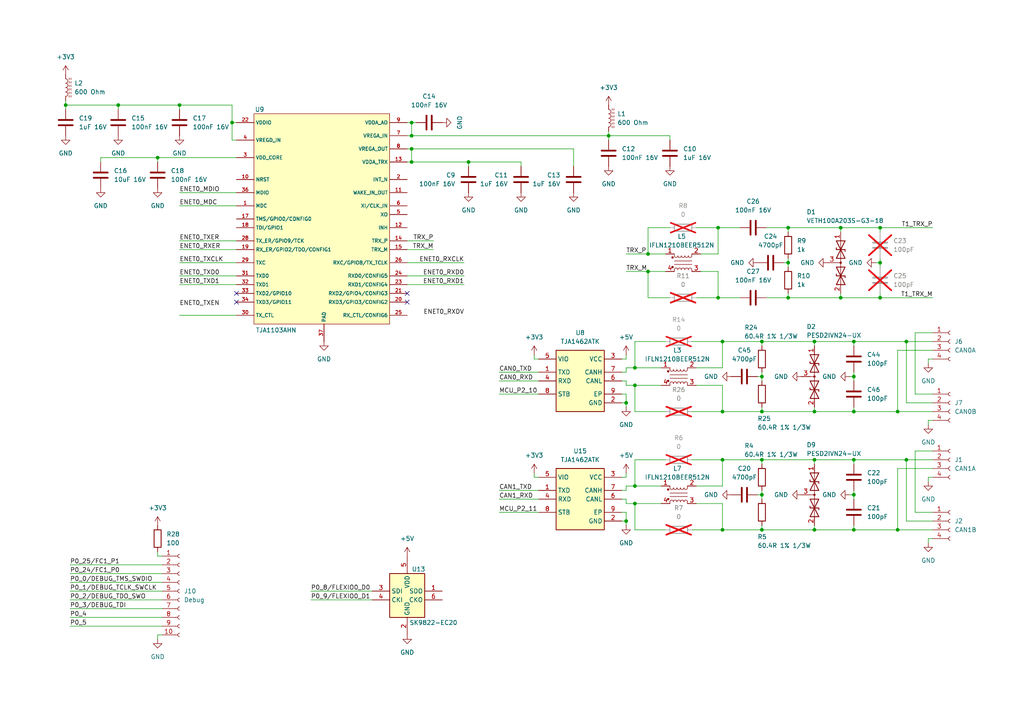
<source format=kicad_sch>
(kicad_sch (version 20231120) (generator "eeschema") (generator_version "8.0")
  (paper "A4")
  (title_block (title "MR-MCXN-T1 Sensor hub") (date "2025-01-17") (rev "X0") (company "NXP SEMICONDUCTORS B.V.") (comment 1 "CLASSIFICATION: INTERNAL USE ONLY") (comment 3 "DESIGNER: YOURI TILS") (comment 4 "CTO SYSTEM INNOVATIONS / MOBILE ROBOTICS DOMAIN"))
  (junction (at 247.65 153.67))
  (junction (at 208.28 86.36))
  (junction (at 236.22 133.35))
  (junction (at 176.53 39.37))
  (junction (at 236.22 119.38))
  (junction (at 181.61 151.13))
  (junction (at 247.65 99.06))
  (junction (at 260.35 119.38))
  (junction (at 262.89 99.06))
  (junction (at 119.38 43.18))
  (junction (at 208.28 66.04))
  (junction (at 19.05 30.48))
  (junction (at 236.22 153.67))
  (junction (at 184.15 106.68))
  (junction (at 119.38 35.56))
  (junction (at 260.35 153.67))
  (junction (at 209.55 119.38))
  (junction (at 255.27 86.36))
  (junction (at 236.22 99.06))
  (junction (at 220.98 119.38))
  (junction (at 255.27 76.2))
  (junction (at 262.89 133.35))
  (junction (at 135.89 46.99))
  (junction (at 184.15 111.76))
  (junction (at 184.15 140.97))
  (junction (at 247.65 143.51))
  (junction (at 228.6 76.2))
  (junction (at 45.72 45.72))
  (junction (at 209.55 133.35))
  (junction (at 255.27 66.04))
  (junction (at 119.38 39.37))
  (junction (at 247.65 109.22))
  (junction (at 184.15 146.05))
  (junction (at 243.84 66.04))
  (junction (at 34.29 30.48))
  (junction (at 181.61 116.84))
  (junction (at 52.07 30.48))
  (junction (at 67.31 35.56))
  (junction (at 247.65 119.38))
  (junction (at 228.6 66.04))
  (junction (at 220.98 143.51))
  (junction (at 119.38 46.99))
  (junction (at 247.65 133.35))
  (junction (at 220.98 133.35))
  (junction (at 228.6 86.36))
  (junction (at 187.96 73.66))
  (junction (at 220.98 109.22))
  (junction (at 243.84 86.36))
  (junction (at 187.96 78.74))
  (junction (at 220.98 99.06))
  (junction (at 209.55 99.06))
  (junction (at 209.55 153.67))
  (junction (at 220.98 153.67))
  (no_connect (at 68.58 85.09))
  (no_connect (at 118.11 85.09))
  (no_connect (at 118.11 87.63))
  (no_connect (at 68.58 87.63))
  (wire (pts (xy 236.22 100.33) (xy 236.22 99.06)))
  (wire (pts (xy 181.61 104.14) (xy 180.34 104.14)))
  (wire (pts (xy 260.35 119.38) (xy 270.51 119.38)))
  (wire (pts (xy 181.61 110.49) (xy 181.61 111.76)))
  (wire (pts (xy 247.65 142.24) (xy 247.65 143.51)))
  (wire (pts (xy 67.31 40.64) (xy 67.31 35.56)))
  (wire (pts (xy 29.21 45.72) (xy 45.72 45.72)))
  (wire (pts (xy 209.55 119.38) (xy 209.55 111.76)))
  (wire (pts (xy 181.61 148.59) (xy 180.34 148.59)))
  (wire (pts (xy 20.32 171.45) (xy 46.99 171.45)))
  (wire (pts (xy 52.07 76.2) (xy 68.58 76.2)))
  (wire (pts (xy 180.34 110.49) (xy 181.61 110.49)))
  (wire (pts (xy 29.21 46.99) (xy 29.21 45.72)))
  (wire (pts (xy 255.27 66.04) (xy 243.84 66.04)))
  (wire (pts (xy 67.31 35.56) (xy 67.31 30.48)))
  (wire (pts (xy 227.33 76.2) (xy 228.6 76.2)))
  (wire (pts (xy 220.98 107.95) (xy 220.98 109.22)))
  (wire (pts (xy 52.07 59.69) (xy 68.58 59.69)))
  (wire (pts (xy 184.15 99.06) (xy 184.15 106.68)))
  (wire (pts (xy 255.27 67.31) (xy 255.27 66.04)))
  (wire (pts (xy 90.17 173.99) (xy 107.95 173.99)))
  (wire (pts (xy 265.43 130.81) (xy 270.51 130.81)))
  (wire (pts (xy 194.31 86.36) (xy 187.96 86.36)))
  (wire (pts (xy 118.11 82.55) (xy 134.62 82.55)))
  (wire (pts (xy 34.29 31.75) (xy 34.29 30.48)))
  (wire (pts (xy 52.07 91.44) (xy 68.58 91.44)))
  (wire (pts (xy 135.89 46.99) (xy 151.13 46.99)))
  (wire (pts (xy 180.34 151.13) (xy 181.61 151.13)))
  (wire (pts (xy 269.24 104.14) (xy 270.51 104.14)))
  (wire (pts (xy 176.53 39.37) (xy 194.31 39.37)))
  (wire (pts (xy 52.07 55.88) (xy 68.58 55.88)))
  (wire (pts (xy 247.65 143.51) (xy 247.65 144.78)))
  (wire (pts (xy 52.07 82.55) (xy 68.58 82.55)))
  (wire (pts (xy 260.35 119.38) (xy 247.65 119.38)))
  (wire (pts (xy 193.04 119.38) (xy 184.15 119.38)))
  (wire (pts (xy 209.55 99.06) (xy 220.98 99.06)))
  (wire (pts (xy 176.53 39.37) (xy 176.53 40.64)))
  (wire (pts (xy 45.72 46.99) (xy 45.72 45.72)))
  (wire (pts (xy 187.96 78.74) (xy 193.04 78.74)))
  (wire (pts (xy 119.38 35.56) (xy 120.65 35.56)))
  (wire (pts (xy 194.31 39.37) (xy 194.31 40.64)))
  (wire (pts (xy 208.28 78.74) (xy 203.2 78.74)))
  (wire (pts (xy 270.51 114.3) (xy 265.43 114.3)))
  (wire (pts (xy 119.38 35.56) (xy 119.38 39.37)))
  (wire (pts (xy 220.98 143.51) (xy 220.98 144.78)))
  (wire (pts (xy 247.65 100.33) (xy 247.65 99.06)))
  (wire (pts (xy 184.15 106.68) (xy 181.61 106.68)))
  (wire (pts (xy 193.04 73.66) (xy 187.96 73.66)))
  (wire (pts (xy 270.51 151.13) (xy 262.89 151.13)))
  (wire (pts (xy 220.98 109.22) (xy 220.98 110.49)))
  (wire (pts (xy 209.55 119.38) (xy 200.66 119.38)))
  (wire (pts (xy 208.28 73.66) (xy 208.28 66.04)))
  (wire (pts (xy 255.27 76.2) (xy 255.27 77.47)))
  (wire (pts (xy 260.35 101.6) (xy 260.35 119.38)))
  (wire (pts (xy 119.38 39.37) (xy 176.53 39.37)))
  (wire (pts (xy 181.61 151.13) (xy 181.61 148.59)))
  (wire (pts (xy 236.22 153.67) (xy 247.65 153.67)))
  (wire (pts (xy 184.15 146.05) (xy 191.77 146.05)))
  (wire (pts (xy 34.29 30.48) (xy 52.07 30.48)))
  (wire (pts (xy 52.07 69.85) (xy 68.58 69.85)))
  (wire (pts (xy 144.78 107.95) (xy 156.21 107.95)))
  (wire (pts (xy 208.28 86.36) (xy 214.63 86.36)))
  (wire (pts (xy 184.15 119.38) (xy 184.15 111.76)))
  (wire (pts (xy 222.25 66.04) (xy 228.6 66.04)))
  (wire (pts (xy 247.65 153.67) (xy 247.65 152.4)))
  (wire (pts (xy 208.28 66.04) (xy 214.63 66.04)))
  (wire (pts (xy 20.32 179.07) (xy 46.99 179.07)))
  (wire (pts (xy 45.72 45.72) (xy 68.58 45.72)))
  (wire (pts (xy 260.35 153.67) (xy 247.65 153.67)))
  (wire (pts (xy 209.55 140.97) (xy 209.55 133.35)))
  (wire (pts (xy 247.65 133.35) (xy 236.22 133.35)))
  (wire (pts (xy 246.38 143.51) (xy 247.65 143.51)))
  (wire (pts (xy 243.84 86.36) (xy 243.84 85.09)))
  (wire (pts (xy 184.15 111.76) (xy 191.77 111.76)))
  (wire (pts (xy 19.05 30.48) (xy 34.29 30.48)))
  (wire (pts (xy 135.89 48.26) (xy 135.89 46.99)))
  (wire (pts (xy 219.71 143.51) (xy 220.98 143.51)))
  (wire (pts (xy 45.72 161.29) (xy 46.99 161.29)))
  (wire (pts (xy 181.61 73.66) (xy 187.96 73.66)))
  (wire (pts (xy 219.71 109.22) (xy 220.98 109.22)))
  (wire (pts (xy 209.55 153.67) (xy 209.55 146.05)))
  (wire (pts (xy 220.98 133.35) (xy 220.98 134.62)))
  (wire (pts (xy 52.07 30.48) (xy 52.07 31.75)))
  (wire (pts (xy 208.28 86.36) (xy 201.93 86.36)))
  (wire (pts (xy 209.55 99.06) (xy 200.66 99.06)))
  (wire (pts (xy 228.6 86.36) (xy 243.84 86.36)))
  (wire (pts (xy 228.6 74.93) (xy 228.6 76.2)))
  (wire (pts (xy 265.43 114.3) (xy 265.43 96.52)))
  (wire (pts (xy 119.38 46.99) (xy 118.11 46.99)))
  (wire (pts (xy 260.35 135.89) (xy 260.35 153.67)))
  (wire (pts (xy 270.51 116.84) (xy 262.89 116.84)))
  (wire (pts (xy 20.32 166.37) (xy 46.99 166.37)))
  (wire (pts (xy 254 76.2) (xy 255.27 76.2)))
  (wire (pts (xy 166.37 43.18) (xy 119.38 43.18)))
  (wire (pts (xy 262.89 151.13) (xy 262.89 133.35)))
  (wire (pts (xy 184.15 133.35) (xy 184.15 140.97)))
  (wire (pts (xy 181.61 146.05) (xy 184.15 146.05)))
  (wire (pts (xy 209.55 133.35) (xy 220.98 133.35)))
  (wire (pts (xy 45.72 185.42) (xy 45.72 184.15)))
  (wire (pts (xy 220.98 118.11) (xy 220.98 119.38)))
  (wire (pts (xy 269.24 138.43) (xy 270.51 138.43)))
  (wire (pts (xy 118.11 35.56) (xy 119.38 35.56)))
  (wire (pts (xy 247.65 99.06) (xy 236.22 99.06)))
  (wire (pts (xy 236.22 153.67) (xy 236.22 152.4)))
  (wire (pts (xy 144.78 142.24) (xy 156.21 142.24)))
  (wire (pts (xy 228.6 85.09) (xy 228.6 86.36)))
  (wire (pts (xy 247.65 133.35) (xy 262.89 133.35)))
  (wire (pts (xy 265.43 148.59) (xy 265.43 130.81)))
  (wire (pts (xy 220.98 119.38) (xy 236.22 119.38)))
  (wire (pts (xy 166.37 48.26) (xy 166.37 43.18)))
  (wire (pts (xy 181.61 102.87) (xy 181.61 104.14)))
  (wire (pts (xy 220.98 99.06) (xy 220.98 100.33)))
  (wire (pts (xy 119.38 46.99) (xy 135.89 46.99)))
  (wire (pts (xy 236.22 119.38) (xy 247.65 119.38)))
  (wire (pts (xy 269.24 139.7) (xy 269.24 138.43)))
  (wire (pts (xy 187.96 86.36) (xy 187.96 78.74)))
  (wire (pts (xy 243.84 86.36) (xy 255.27 86.36)))
  (wire (pts (xy 144.78 114.3) (xy 156.21 114.3)))
  (wire (pts (xy 45.72 160.02) (xy 45.72 161.29)))
  (wire (pts (xy 90.17 171.45) (xy 107.95 171.45)))
  (wire (pts (xy 181.61 137.16) (xy 181.61 138.43)))
  (wire (pts (xy 209.55 153.67) (xy 220.98 153.67)))
  (wire (pts (xy 19.05 30.48) (xy 19.05 31.75)))
  (wire (pts (xy 228.6 76.2) (xy 228.6 77.47)))
  (wire (pts (xy 193.04 133.35) (xy 184.15 133.35)))
  (wire (pts (xy 151.13 48.26) (xy 151.13 46.99)))
  (wire (pts (xy 181.61 144.78) (xy 181.61 146.05)))
  (wire (pts (xy 262.89 133.35) (xy 270.51 133.35)))
  (wire (pts (xy 144.78 144.78) (xy 156.21 144.78)))
  (wire (pts (xy 20.32 163.83) (xy 46.99 163.83)))
  (wire (pts (xy 247.65 109.22) (xy 247.65 110.49)))
  (wire (pts (xy 236.22 133.35) (xy 220.98 133.35)))
  (wire (pts (xy 269.24 157.48) (xy 269.24 156.21)))
  (wire (pts (xy 209.55 119.38) (xy 220.98 119.38)))
  (wire (pts (xy 208.28 86.36) (xy 208.28 78.74)))
  (wire (pts (xy 236.22 134.62) (xy 236.22 133.35)))
  (wire (pts (xy 220.98 142.24) (xy 220.98 143.51)))
  (wire (pts (xy 176.53 38.1) (xy 176.53 39.37)))
  (wire (pts (xy 181.61 140.97) (xy 181.61 142.24)))
  (wire (pts (xy 20.32 168.91) (xy 46.99 168.91)))
  (wire (pts (xy 181.61 114.3) (xy 180.34 114.3)))
  (wire (pts (xy 191.77 140.97) (xy 184.15 140.97)))
  (wire (pts (xy 247.65 107.95) (xy 247.65 109.22)))
  (wire (pts (xy 154.94 102.87) (xy 154.94 104.14)))
  (wire (pts (xy 154.94 137.16) (xy 154.94 138.43)))
  (wire (pts (xy 262.89 116.84) (xy 262.89 99.06)))
  (wire (pts (xy 247.65 134.62) (xy 247.65 133.35)))
  (wire (pts (xy 180.34 116.84) (xy 181.61 116.84)))
  (wire (pts (xy 209.55 153.67) (xy 200.66 153.67)))
  (wire (pts (xy 193.04 153.67) (xy 184.15 153.67)))
  (wire (pts (xy 181.61 106.68) (xy 181.61 107.95)))
  (wire (pts (xy 209.55 111.76) (xy 201.93 111.76)))
  (wire (pts (xy 67.31 35.56) (xy 68.58 35.56)))
  (wire (pts (xy 154.94 104.14) (xy 156.21 104.14)))
  (wire (pts (xy 246.38 109.22) (xy 247.65 109.22)))
  (wire (pts (xy 270.51 135.89) (xy 260.35 135.89)))
  (wire (pts (xy 236.22 119.38) (xy 236.22 118.11)))
  (wire (pts (xy 181.61 78.74) (xy 187.96 78.74)))
  (wire (pts (xy 209.55 106.68) (xy 209.55 99.06)))
  (wire (pts (xy 118.11 76.2) (xy 134.62 76.2)))
  (wire (pts (xy 118.11 43.18) (xy 119.38 43.18)))
  (wire (pts (xy 52.07 72.39) (xy 68.58 72.39)))
  (wire (pts (xy 118.11 69.85) (xy 125.73 69.85)))
  (wire (pts (xy 247.65 119.38) (xy 247.65 118.11)))
  (wire (pts (xy 52.07 80.01) (xy 68.58 80.01)))
  (wire (pts (xy 52.07 30.48) (xy 67.31 30.48)))
  (wire (pts (xy 243.84 67.31) (xy 243.84 66.04)))
  (wire (pts (xy 184.15 153.67) (xy 184.15 146.05)))
  (wire (pts (xy 118.11 80.01) (xy 134.62 80.01)))
  (wire (pts (xy 20.32 181.61) (xy 46.99 181.61)))
  (wire (pts (xy 181.61 152.4) (xy 181.61 151.13)))
  (wire (pts (xy 255.27 66.04) (xy 270.51 66.04)))
  (wire (pts (xy 220.98 152.4) (xy 220.98 153.67)))
  (wire (pts (xy 118.11 39.37) (xy 119.38 39.37)))
  (wire (pts (xy 228.6 66.04) (xy 228.6 67.31)))
  (wire (pts (xy 68.58 40.64) (xy 67.31 40.64)))
  (wire (pts (xy 222.25 86.36) (xy 228.6 86.36)))
  (wire (pts (xy 194.31 66.04) (xy 187.96 66.04)))
  (wire (pts (xy 180.34 144.78) (xy 181.61 144.78)))
  (wire (pts (xy 181.61 111.76) (xy 184.15 111.76)))
  (wire (pts (xy 236.22 99.06) (xy 220.98 99.06)))
  (wire (pts (xy 265.43 96.52) (xy 270.51 96.52)))
  (wire (pts (xy 187.96 66.04) (xy 187.96 73.66)))
  (wire (pts (xy 228.6 66.04) (xy 243.84 66.04)))
  (wire (pts (xy 118.11 72.39) (xy 125.73 72.39)))
  (wire (pts (xy 262.89 99.06) (xy 270.51 99.06)))
  (wire (pts (xy 144.78 110.49) (xy 156.21 110.49)))
  (wire (pts (xy 270.51 101.6) (xy 260.35 101.6)))
  (wire (pts (xy 193.04 99.06) (xy 184.15 99.06)))
  (wire (pts (xy 203.2 73.66) (xy 208.28 73.66)))
  (wire (pts (xy 220.98 153.67) (xy 236.22 153.67)))
  (wire (pts (xy 19.05 29.21) (xy 19.05 30.48)))
  (wire (pts (xy 269.24 105.41) (xy 269.24 104.14)))
  (wire (pts (xy 144.78 148.59) (xy 156.21 148.59)))
  (wire (pts (xy 255.27 86.36) (xy 270.51 86.36)))
  (wire (pts (xy 45.72 184.15) (xy 46.99 184.15)))
  (wire (pts (xy 247.65 99.06) (xy 262.89 99.06)))
  (wire (pts (xy 209.55 133.35) (xy 200.66 133.35)))
  (wire (pts (xy 201.93 106.68) (xy 209.55 106.68)))
  (wire (pts (xy 269.24 121.92) (xy 270.51 121.92)))
  (wire (pts (xy 260.35 153.67) (xy 270.51 153.67)))
  (wire (pts (xy 181.61 142.24) (xy 180.34 142.24)))
  (wire (pts (xy 181.61 118.11) (xy 181.61 116.84)))
  (wire (pts (xy 201.93 140.97) (xy 209.55 140.97)))
  (wire (pts (xy 184.15 140.97) (xy 181.61 140.97)))
  (wire (pts (xy 269.24 123.19) (xy 269.24 121.92)))
  (wire (pts (xy 208.28 66.04) (xy 201.93 66.04)))
  (wire (pts (xy 154.94 138.43) (xy 156.21 138.43)))
  (wire (pts (xy 255.27 74.93) (xy 255.27 76.2)))
  (wire (pts (xy 270.51 148.59) (xy 265.43 148.59)))
  (wire (pts (xy 181.61 107.95) (xy 180.34 107.95)))
  (wire (pts (xy 209.55 146.05) (xy 201.93 146.05)))
  (wire (pts (xy 180.34 138.43) (xy 181.61 138.43)))
  (wire (pts (xy 20.32 173.99) (xy 46.99 173.99)))
  (wire (pts (xy 119.38 43.18) (xy 119.38 46.99)))
  (wire (pts (xy 20.32 176.53) (xy 46.99 176.53)))
  (wire (pts (xy 255.27 86.36) (xy 255.27 85.09)))
  (wire (pts (xy 181.61 116.84) (xy 181.61 114.3)))
  (wire (pts (xy 191.77 106.68) (xy 184.15 106.68)))
  (wire (pts (xy 269.24 156.21) (xy 270.51 156.21)))
  (label "T1_TRX_M" (at 270.51 86.36 180))
  (label "CAN1_TXD" (at 144.78 142.24 0))
  (label "P0_25{slash}FC1_P1" (at 20.32 163.83 0))
  (label "ENET0_RXD1" (at 134.62 82.55 180))
  (label "MCU_P2_10" (at 144.78 114.3 0))
  (label "MCU_P2_11" (at 144.78 148.59 0))
  (label "P0_1{slash}DEBUG_TCLK_SWCLK" (at 20.32 171.45 0))
  (label "ENET0_MDC" (at 52.07 59.69 0))
  (label "P0_8{slash}FLEXIO0_D0" (at 90.17 171.45 0))
  (label "ENET0_RXER" (at 52.07 72.39 0))
  (label "TRX_P" (at 125.73 69.85 180))
  (label "ENET0_MDIO" (at 52.07 55.88 0))
  (label "TRX_M" (at 125.73 72.39 180))
  (label "CAN0_TXD" (at 144.78 107.95 0))
  (label "ENET0_RXCLK" (at 134.62 76.2 180))
  (label "ENET0_TXD0" (at 52.07 80.01 0))
  (label "P0_24{slash}FC1_P0" (at 20.32 166.37 0))
  (label "ENET0_RXD0" (at 134.62 80.01 180))
  (label "P0_0{slash}DEBUG_TMS_SWDIO" (at 20.32 168.91 0))
  (label "P0_5" (at 20.32 181.61 0))
  (label "ENET0_TXCLK" (at 52.07 76.2 0))
  (label "ENET0_TXD1" (at 52.07 82.55 0))
  (label "P0_2{slash}DEBUG_TDO_SWO" (at 20.32 173.99 0))
  (label "ENET0_TXEN" (at 52.07 88.9 0))
  (label "TRX_M" (at 181.61 78.74 0))
  (label "CAN0_RXD" (at 144.78 110.49 0))
  (label "ENET0_TXER" (at 52.07 69.85 0))
  (label "P0_3{slash}DEBUG_TDI" (at 20.32 176.53 0))
  (label "ENET0_RXDV" (at 134.62 91.44 180))
  (label "T1_TRX_P" (at 270.51 66.04 180))
  (label "P0_9{slash}FLEXIO0_D1" (at 90.17 173.99 0))
  (label "TRX_P" (at 181.61 73.66 0))
  (label "CAN1_RXD" (at 144.78 144.78 0))
  (label "P0_4" (at 20.32 179.07 0))
  (symbol (lib_id "Device:C") (at 194.31 44.45 180) (unit 1)
    (property "Reference" "C10" (at 198.12 43.1799 0) (effects (justify right)))
    (property "Value" "1uF 16V" (at 198.12 45.7199 0) (effects (justify right)))
    (property "Footprint" "Capacitor_SMD:C_0603_1608Metric" (effects (hide yes)))
    (property "Description" "Unpolarized capacitor" (effects (hide yes)))
    (property "Supplier" "JLCPCB" (effects (hide yes)))
    (property "MF" "Samsung Electro-Mechanics" (effects (hide yes)))
    (property "MFPN" "CL10B105KO8NNNC" (effects (hide yes)))
    (property "Supplier PN" "C59782" (effects (hide yes)))
  )
  (symbol (lib_id "Resistors:CRCW060360R4FKEAHP") (at 220.98 138.43 0) (unit 1)
    (property "Reference" "R4" (at 215.9 129.286 0) (effects (justify left)))
    (property "Value" "60.4R 1% 1/3W" (at 215.9 131.826 0) (effects (justify left)))
    (property "Footprint" "Resistor_SMD:R_0603_1608Metric" (effects (hide yes)))
    (property "Datasheet" "https://www.vishay.com/docs/20043/crcwhpe3.pdf" (effects (hide yes)))
    (property "Description" "CRCW060360R4FKEAHP 60.4 Ohms ±1% 0.333W, 1/3W Chip Resistor 0603 (1608 Metric) Automotive AEC-Q200, Pulse Withstanding Thick Film" (effects (hide yes)))
    (property "Supplier" "DigiKey" (effects (hide yes)))
    (property "MF" "Vishay Dale" (effects (hide yes)))
    (property "MFPN" "CRCW060360R4FKEAHP" (effects (hide yes)))
    (property "Supplier PN" "541-60.4SCT-ND" (effects (hide yes)))
  )
  (symbol (lib_id "Transceivers:TJA1103AHN") (at 93.98 63.5 0) (unit 1)
    (property "Reference" "U9" (at 73.914 31.75 0) (effects (justify left)))
    (property "Value" "TJA1103AHN" (at 74.168 95.758 0) (effects (justify left)))
    (property "Footprint" "NXP_HV:HVQFN36_SOT1092-2_NXP" (effects (hide yes)))
    (property "Datasheet" "https://www.nxp.com/products/TJA1103?ticket=ST-33332-BX3LsXOJuWccrM0kp0NBEScjv-M-www.nxp.com#null" (effects (hide yes)))
    (property "Supplier" "DigiKey" (effects (hide yes)))
    (property "MF" "NXP USA Inc." (effects (hide yes)))
    (property "MFPN" "TJA1103AHN/0Z" (effects (hide yes)))
    (property "Supplier PN" "568-TJA1103AHN/0ZCT-ND" (effects (hide yes)))
  )
  (symbol (lib_id "power:GND") (at 269.24 139.7 0) (unit 1)
    (property "Reference" "#PWR047" (effects (hide yes)))
    (property "Value" "GND" (at 269.24 144.78 0))
    (property "Description" "Power symbol creates a global label with name \"GND\" , ground" (effects (hide yes)))
  )
  (symbol (lib_id "power:GND") (at 212.09 143.51 270) (unit 1)
    (property "Reference" "#PWR043" (effects (hide yes)))
    (property "Value" "GND" (at 208.28 143.5099 90) (effects (justify right)))
    (property "Description" "Power symbol creates a global label with name \"GND\" , ground" (effects (hide yes)))
  )
  (symbol (lib_id "Device:C") (at 176.53 44.45 180) (unit 1)
    (property "Reference" "C12" (at 180.34 43.1799 0) (effects (justify right)))
    (property "Value" "100nF 16V" (at 180.34 45.7199 0) (effects (justify right)))
    (property "Footprint" "Capacitor_SMD:C_0402_1005Metric" (effects (hide yes)))
    (property "Description" "Unpolarized capacitor" (effects (hide yes)))
    (property "Supplier" "JLCPCB" (effects (hide yes)))
    (property "MF" "Samsung Electro-Mechanics" (effects (hide yes)))
    (property "MFPN" "CL05B104KO5NNNC" (effects (hide yes)))
    (property "Supplier PN" "C1525" (effects (hide yes)))
  )
  (symbol (lib_id "Device:C") (at 218.44 66.04 90) (unit 1)
    (property "Reference" "C26" (at 218.44 58.42 90))
    (property "Value" "100nF 16V" (at 218.44 60.96 90))
    (property "Footprint" "Capacitor_SMD:C_0402_1005Metric" (effects (hide yes)))
    (property "Description" "Unpolarized capacitor" (effects (hide yes)))
    (property "Supplier" "JLCPCB" (effects (hide yes)))
    (property "MF" "Samsung Electro-Mechanics" (effects (hide yes)))
    (property "MFPN" "CL05B104KO5NNNC" (effects (hide yes)))
    (property "Supplier PN" "C1525" (effects (hide yes)))
  )
  (symbol (lib_id "Resistors:CRCW060360R4FKEAHP") (at 220.98 114.3 0) (unit 1)
    (property "Reference" "R25" (at 219.71 121.412 0) (effects (justify left)))
    (property "Value" "60.4R 1% 1/3W" (at 219.71 123.952 0) (effects (justify left)))
    (property "Footprint" "Resistor_SMD:R_0603_1608Metric" (effects (hide yes)))
    (property "Datasheet" "https://www.vishay.com/docs/20043/crcwhpe3.pdf" (effects (hide yes)))
    (property "Description" "CRCW060360R4FKEAHP 60.4 Ohms ±1% 0.333W, 1/3W Chip Resistor 0603 (1608 Metric) Automotive AEC-Q200, Pulse Withstanding Thick Film" (effects (hide yes)))
    (property "Supplier" "DigiKey" (effects (hide yes)))
    (property "MF" "Vishay Dale" (effects (hide yes)))
    (property "MFPN" "CRCW060360R4FKEAHP" (effects (hide yes)))
    (property "Supplier PN" "541-60.4SCT-ND" (effects (hide yes)))
  )
  (symbol (lib_id "Device:L_Ferrite") (at 19.05 25.4 0) (unit 1)
    (property "Reference" "L2" (at 21.59 24.1299 0) (effects (justify left)))
    (property "Value" "600 Ohm" (at 21.59 26.6699 0) (effects (justify left)))
    (property "Footprint" "Inductor_SMD:L_0402_1005Metric" (effects (hide yes)))
    (property "Datasheet" "https://www.murata.com/en-us/products/productdata/8796740059166/ENFA0018.pdf" (effects (hide yes)))
    (property "Description" "600 Ohms @ 100 MHz 1 Ferrite Bead 0402 (1005 Metric) 300mA 520mOhm" (effects (hide yes)))
    (property "MF" "Murata Electronics" (effects (hide yes)))
    (property "MFPN" "BLM15AG601SN1D" (effects (hide yes)))
    (property "Supplier" "JLCPCB" (effects (hide yes)))
    (property "Supplier PN" "C76884" (effects (hide yes)))
  )
  (symbol (lib_id "power:GND") (at 29.21 54.61 0) (unit 1)
    (property "Reference" "#PWR030" (effects (hide yes)))
    (property "Value" "GND" (at 29.21 59.69 0))
    (property "Description" "Power symbol creates a global label with name \"GND\" , ground" (effects (hide yes)))
  )
  (symbol (lib_id "Device:C") (at 247.65 138.43 180) (unit 1)
    (property "Reference" "C22" (at 251.46 137.1599 0) (effects (justify right)))
    (property "Value" "100pF" (at 251.46 139.6999 0) (effects (justify right)))
    (property "Footprint" "Capacitor_SMD:C_0402_1005Metric" (effects (hide yes)))
    (property "Description" "Unpolarized capacitor" (effects (hide yes)))
    (property "Supplier" "JLCPCB" (effects (hide yes)))
    (property "MF" "YAGEO" (effects (hide yes)))
    (property "MFPN" "CC0402JRNPO9BN101" (effects (hide yes)))
    (property "Supplier PN" "C106200" (effects (hide yes)))
  )
  (symbol (lib_id "Device:C") (at 124.46 35.56 90) (unit 1)
    (property "Reference" "C14" (at 124.46 27.94 90))
    (property "Value" "100nF 16V" (at 124.46 30.48 90))
    (property "Footprint" "Capacitor_SMD:C_0402_1005Metric" (effects (hide yes)))
    (property "Description" "Unpolarized capacitor" (effects (hide yes)))
    (property "Supplier" "JLCPCB" (effects (hide yes)))
    (property "MF" "Samsung Electro-Mechanics" (effects (hide yes)))
    (property "MFPN" "CL05B104KO5NNNC" (effects (hide yes)))
    (property "Supplier PN" "C1525" (effects (hide yes)))
  )
  (symbol (lib_id "power:GND") (at 151.13 55.88 0) (unit 1)
    (property "Reference" "#PWR023" (effects (hide yes)))
    (property "Value" "GND" (at 151.13 60.96 0))
    (property "Description" "Power symbol creates a global label with name \"GND\" , ground" (effects (hide yes)))
  )
  (symbol (lib_id "power:GND") (at 269.24 105.41 0) (unit 1)
    (property "Reference" "#PWR086" (effects (hide yes)))
    (property "Value" "GND" (at 269.24 110.49 0))
    (property "Description" "Power symbol creates a global label with name \"GND\" , ground" (effects (hide yes)))
  )
  (symbol (lib_id "power:GND") (at 45.72 185.42 0) (unit 1)
    (property "Reference" "#PWR0165" (effects (hide yes)))
    (property "Value" "GND" (at 45.72 190.5 0))
    (property "Description" "Power symbol creates a global label with name \"GND\" , ground" (effects (hide yes)))
  )
  (symbol (lib_id "Device:C") (at 135.89 52.07 0) (mirror x) (unit 1)
    (property "Reference" "C9" (at 132.08 50.7999 0) (effects (justify right)))
    (property "Value" "100nF 16V" (at 132.08 53.3399 0) (effects (justify right)))
    (property "Footprint" "Capacitor_SMD:C_0402_1005Metric" (effects (hide yes)))
    (property "Description" "Unpolarized capacitor" (effects (hide yes)))
    (property "Supplier" "JLCPCB" (effects (hide yes)))
    (property "MF" "Samsung Electro-Mechanics" (effects (hide yes)))
    (property "MFPN" "CL05B104KO5NNNC" (effects (hide yes)))
    (property "Supplier PN" "C1525" (effects (hide yes)))
  )
  (symbol (lib_id "Device:R") (at 196.85 119.38 270) (unit 1) (dnp yes)
    (property "Reference" "R26" (at 196.85 113.03 90))
    (property "Value" "0" (at 196.85 115.57 90))
    (property "Footprint" "Resistor_SMD:R_0402_1005Metric" (effects (hide yes)))
    (property "Description" "Resistor" (effects (hide yes)))
    (property "Supplier" "JLCPCB" (effects (hide yes)))
    (property "MF" "UNI-ROYAL(Uniroyal Elec)" (effects (hide yes)))
    (property "MFPN" "0402WGF0000TCE " (effects (hide yes)))
    (property "Supplier PN" "C17168" (effects (hide yes)))
  )
  (symbol (lib_id "power:GND") (at 181.61 152.4 0) (unit 1)
    (property "Reference" "#PWR037" (effects (hide yes)))
    (property "Value" "GND" (at 181.61 157.48 0))
    (property "Description" "Power symbol creates a global label with name \"GND\" , ground" (effects (hide yes)))
  )
  (symbol (lib_id "Device:C") (at 247.65 148.59 180) (unit 1)
    (property "Reference" "C21" (at 251.46 147.3199 0) (effects (justify right)))
    (property "Value" "100pF" (at 251.46 149.8599 0) (effects (justify right)))
    (property "Footprint" "Capacitor_SMD:C_0402_1005Metric" (effects (hide yes)))
    (property "Description" "Unpolarized capacitor" (effects (hide yes)))
    (property "Supplier" "JLCPCB" (effects (hide yes)))
    (property "MF" "YAGEO" (effects (hide yes)))
    (property "MFPN" "CC0402JRNPO9BN101" (effects (hide yes)))
    (property "Supplier PN" "C106200" (effects (hide yes)))
  )
  (symbol (lib_id "Transceivers:TJA1462ATK") (at 167.64 110.49 0) (unit 1)
    (property "Reference" "U8" (at 168.275 96.52 0))
    (property "Value" "TJA1462ATK" (at 168.275 99.06 0))
    (property "Footprint" "NXP_HV:SON65P300X300X100-9N-D" (effects (hide yes)))
    (property "Datasheet" "https://www.nxp.com/docs/en/data-sheet/TJA1462.pdf" (effects (hide yes)))
    (property "Description" "CAN FD signal improvement transceiver with Standby mode" (effects (hide yes)))
    (property "Height" "1" (effects (hide yes)))
    (property "Manufacturer_Name" "NXP" (effects (hide yes)))
    (property "Manufacturer_Part_Number" "TJA1462ATK" (effects (hide yes)))
    (property "Supplier" "JLCPCB" (effects (hide yes)))
    (property "MF" "NXP Semicon" (effects (hide yes)))
    (property "MFPN" "TJA1462ATK/0Z" (effects (hide yes)))
    (property "Supplier PN" "C3229259" (effects (hide yes)))
  )
  (symbol (lib_id "Device:R") (at 196.85 153.67 270) (unit 1) (dnp yes)
    (property "Reference" "R7" (at 196.85 147.32 90))
    (property "Value" "0" (at 196.85 149.86 90))
    (property "Footprint" "Resistor_SMD:R_0402_1005Metric" (effects (hide yes)))
    (property "Description" "Resistor" (effects (hide yes)))
    (property "Supplier" "JLCPCB" (effects (hide yes)))
    (property "MF" "UNI-ROYAL(Uniroyal Elec)" (effects (hide yes)))
    (property "MFPN" "0402WGF0000TCE " (effects (hide yes)))
    (property "Supplier PN" "C17168" (effects (hide yes)))
  )
  (symbol (lib_id "Connector:Conn_01x04_Socket") (at 275.59 151.13 0) (unit 1)
    (property "Reference" "J2" (at 276.86 151.1299 0) (effects (justify left)))
    (property "Value" "CAN1B" (at 276.86 153.6699 0) (effects (justify left)))
    (property "Footprint" "Connector_JST:JST_GH_SM04B-GHS-TB_1x04-1MP_P1.25mm_Horizontal" (effects (hide yes)))
    (property "Description" "Generic connector, single row, 01x04, script generated" (effects (hide yes)))
    (property "Supplier" "JLCPCB" (effects (hide yes)))
    (property "MF" "JST" (effects (hide yes)))
    (property "MFPN" "SM04B-GHS-TB(LF)(SN)" (effects (hide yes)))
    (property "Supplier PN" "C189895" (effects (hide yes)))
  )
  (symbol (lib_id "Resistors:CRCW060360R4FKEAHP") (at 220.98 148.59 0) (unit 1)
    (property "Reference" "R5" (at 219.71 155.702 0) (effects (justify left)))
    (property "Value" "60.4R 1% 1/3W" (at 219.71 158.242 0) (effects (justify left)))
    (property "Footprint" "Resistor_SMD:R_0603_1608Metric" (effects (hide yes)))
    (property "Datasheet" "https://www.vishay.com/docs/20043/crcwhpe3.pdf" (effects (hide yes)))
    (property "Description" "CRCW060360R4FKEAHP 60.4 Ohms ±1% 0.333W, 1/3W Chip Resistor 0603 (1608 Metric) Automotive AEC-Q200, Pulse Withstanding Thick Film" (effects (hide yes)))
    (property "Supplier" "DigiKey" (effects (hide yes)))
    (property "MF" "Vishay Dale" (effects (hide yes)))
    (property "MFPN" "CRCW060360R4FKEAHP" (effects (hide yes)))
    (property "Supplier PN" "541-60.4SCT-ND" (effects (hide yes)))
  )
  (symbol (lib_id "Device:R") (at 196.85 99.06 90) (unit 1) (dnp yes)
    (property "Reference" "R14" (at 196.85 92.71 90))
    (property "Value" "0" (at 196.85 95.25 90))
    (property "Footprint" "Resistor_SMD:R_0402_1005Metric" (effects (hide yes)))
    (property "Description" "Resistor" (effects (hide yes)))
    (property "Supplier" "JLCPCB" (effects (hide yes)))
    (property "MF" "UNI-ROYAL(Uniroyal Elec)" (effects (hide yes)))
    (property "MFPN" "0402WGF0000TCE " (effects (hide yes)))
    (property "Supplier PN" "C17168" (effects (hide yes)))
  )
  (symbol (lib_id "power:+5V") (at 176.53 30.48 0) (unit 1)
    (property "Reference" "#PWR028" (effects (hide yes)))
    (property "Value" "+3V3" (at 176.53 25.4 0))
    (property "Description" "Power symbol creates a global label with name \"+5V\"" (effects (hide yes)))
  )
  (symbol (lib_id "Inductors:IFLN1210BEER512N") (at 191.77 140.97 0) (unit 1)
    (property "Reference" "L7" (at 196.469 135.89 0))
    (property "Value" "IFLN1210BEER512N" (at 196.469 138.43 0))
    (property "Footprint" "Inductors:IFLN1210BEER512N" (effects (hide yes)))
    (property "Datasheet" "https://www.vishay.com/docs/34626/ifln-1210be.pdf" (effects (hide yes)))
    (property "Description" "100 µH @ 100 kHz 2 Line Common Mode Choke Surface Mount 11 kOhms @ 100 MHz 150mA (Typ) DCR 1.5Ohm" (effects (hide yes)))
    (property "MF" "Vishay Dale" (effects (hide yes)))
    (property "MFPN" "IFLN1210BEER512N" (effects (hide yes)))
    (property "Supplier" "DigiKey" (effects (hide yes)))
    (property "Supplier PN" "541-IFLN1210BEER512NCT-ND" (effects (hide yes)))
  )
  (symbol (lib_id "power:GND") (at 93.98 99.06 0) (unit 1)
    (property "Reference" "#PWR021" (effects (hide yes)))
    (property "Value" "GND" (at 93.98 104.14 0))
    (property "Description" "Power symbol creates a global label with name \"GND\" , ground" (effects (hide yes)))
  )
  (symbol (lib_id "power:GND") (at 52.07 39.37 0) (unit 1)
    (property "Reference" "#PWR031" (effects (hide yes)))
    (property "Value" "GND" (at 52.07 44.45 0))
    (property "Description" "Power symbol creates a global label with name \"GND\" , ground" (effects (hide yes)))
  )
  (symbol (lib_id "power:+5V") (at 154.94 102.87 0) (unit 1)
    (property "Reference" "#PWR035" (effects (hide yes)))
    (property "Value" "+3V3" (at 154.94 97.79 0))
    (property "Description" "Power symbol creates a global label with name \"+5V\"" (effects (hide yes)))
  )
  (symbol (lib_id "Device:C") (at 52.07 35.56 180) (unit 1)
    (property "Reference" "C17" (at 55.88 34.2899 0) (effects (justify right)))
    (property "Value" "100nF 16V" (at 55.88 36.8299 0) (effects (justify right)))
    (property "Footprint" "Capacitor_SMD:C_0402_1005Metric" (effects (hide yes)))
    (property "Description" "Unpolarized capacitor" (effects (hide yes)))
    (property "Supplier" "JLCPCB" (effects (hide yes)))
    (property "MF" "Samsung Electro-Mechanics" (effects (hide yes)))
    (property "MFPN" "CL05B104KO5NNNC" (effects (hide yes)))
    (property "Supplier PN" "C1525" (effects (hide yes)))
  )
  (symbol (lib_id "power:+5V") (at 181.61 102.87 0) (unit 1)
    (property "Reference" "#PWR039" (effects (hide yes)))
    (property "Value" "+5V" (at 181.61 97.79 0))
    (property "Description" "Power symbol creates a global label with name \"+5V\"" (effects (hide yes)))
  )
  (symbol (lib_id "Resistors:CRCW060360R4FKEAHP") (at 220.98 104.14 0) (unit 1)
    (property "Reference" "R24" (at 215.9 94.996 0) (effects (justify left)))
    (property "Value" "60.4R 1% 1/3W" (at 215.9 97.536 0) (effects (justify left)))
    (property "Footprint" "Resistor_SMD:R_0603_1608Metric" (effects (hide yes)))
    (property "Datasheet" "https://www.vishay.com/docs/20043/crcwhpe3.pdf" (effects (hide yes)))
    (property "Description" "CRCW060360R4FKEAHP 60.4 Ohms ±1% 0.333W, 1/3W Chip Resistor 0603 (1608 Metric) Automotive AEC-Q200, Pulse Withstanding Thick Film" (effects (hide yes)))
    (property "Supplier" "DigiKey" (effects (hide yes)))
    (property "MF" "Vishay Dale" (effects (hide yes)))
    (property "MFPN" "CRCW060360R4FKEAHP" (effects (hide yes)))
    (property "Supplier PN" "541-60.4SCT-ND" (effects (hide yes)))
  )
  (symbol (lib_id "power:GND") (at 19.05 39.37 0) (unit 1)
    (property "Reference" "#PWR033" (effects (hide yes)))
    (property "Value" "GND" (at 19.05 44.45 0))
    (property "Description" "Power symbol creates a global label with name \"GND\" , ground" (effects (hide yes)))
  )
  (symbol (lib_id "Device:R") (at 196.85 133.35 90) (unit 1) (dnp yes)
    (property "Reference" "R6" (at 196.85 127 90))
    (property "Value" "0" (at 196.85 129.54 90))
    (property "Footprint" "Resistor_SMD:R_0402_1005Metric" (effects (hide yes)))
    (property "Description" "Resistor" (effects (hide yes)))
    (property "Supplier" "JLCPCB" (effects (hide yes)))
    (property "MF" "UNI-ROYAL(Uniroyal Elec)" (effects (hide yes)))
    (property "MFPN" "0402WGF0000TCE " (effects (hide yes)))
    (property "Supplier PN" "C17168" (effects (hide yes)))
  )
  (symbol (lib_id "power:GND") (at 166.37 55.88 0) (unit 1)
    (property "Reference" "#PWR024" (effects (hide yes)))
    (property "Value" "GND" (at 166.37 60.96 0))
    (property "Description" "Power symbol creates a global label with name \"GND\" , ground" (effects (hide yes)))
  )
  (symbol (lib_id "Connector:Conn_01x04_Socket") (at 275.59 133.35 0) (unit 1)
    (property "Reference" "J1" (at 276.86 133.3499 0) (effects (justify left)))
    (property "Value" "CAN1A" (at 276.86 135.8899 0) (effects (justify left)))
    (property "Footprint" "Connector_JST:JST_GH_SM04B-GHS-TB_1x04-1MP_P1.25mm_Horizontal" (effects (hide yes)))
    (property "Description" "Generic connector, single row, 01x04, script generated" (effects (hide yes)))
    (property "Supplier" "JLCPCB" (effects (hide yes)))
    (property "MF" "JST" (effects (hide yes)))
    (property "MFPN" "SM04B-GHS-TB(LF)(SN)" (effects (hide yes)))
    (property "Supplier PN" "C189895" (effects (hide yes)))
  )
  (symbol (lib_id "power:GND") (at 269.24 157.48 0) (unit 1)
    (property "Reference" "#PWR046" (effects (hide yes)))
    (property "Value" "GND" (at 269.24 162.56 0))
    (property "Description" "Power symbol creates a global label with name \"GND\" , ground" (effects (hide yes)))
  )
  (symbol (lib_id "Inductors:IFLN1210BEER512N") (at 193.04 73.66 0) (unit 1)
    (property "Reference" "L5" (at 197.739 68.58 0))
    (property "Value" "IFLN1210BEER512N" (at 197.739 71.12 0))
    (property "Footprint" "Inductors:IFLN1210BEER512N" (effects (hide yes)))
    (property "Datasheet" "https://www.vishay.com/docs/34626/ifln-1210be.pdf" (effects (hide yes)))
    (property "Description" "100 µH @ 100 kHz 2 Line Common Mode Choke Surface Mount 11 kOhms @ 100 MHz 150mA (Typ) DCR 1.5Ohm" (effects (hide yes)))
    (property "MF" "Vishay Dale" (effects (hide yes)))
    (property "MFPN" "IFLN1210BEER512N" (effects (hide yes)))
    (property "Supplier" "DigiKey" (effects (hide yes)))
    (property "Supplier PN" "541-IFLN1210BEER512NCT-ND" (effects (hide yes)))
  )
  (symbol (lib_id "power:GND") (at 194.31 48.26 0) (unit 1)
    (property "Reference" "#PWR026" (effects (hide yes)))
    (property "Value" "GND" (at 194.31 53.34 0))
    (property "Description" "Power symbol creates a global label with name \"GND\" , ground" (effects (hide yes)))
  )
  (symbol (lib_id "Inductors:IFLN1210BEER512N") (at 191.77 106.68 0) (unit 1)
    (property "Reference" "L3" (at 196.469 101.6 0))
    (property "Value" "IFLN1210BEER512N" (at 196.469 104.14 0))
    (property "Footprint" "Inductors:IFLN1210BEER512N" (effects (hide yes)))
    (property "Datasheet" "https://www.vishay.com/docs/34626/ifln-1210be.pdf" (effects (hide yes)))
    (property "Description" "100 µH @ 100 kHz 2 Line Common Mode Choke Surface Mount 11 kOhms @ 100 MHz 150mA (Typ) DCR 1.5Ohm" (effects (hide yes)))
    (property "MF" "Vishay Dale" (effects (hide yes)))
    (property "MFPN" "IFLN1210BEER512N" (effects (hide yes)))
    (property "Supplier" "DigiKey" (effects (hide yes)))
    (property "Supplier PN" "541-IFLN1210BEER512NCT-ND" (effects (hide yes)))
  )
  (symbol (lib_id "Device:R") (at 45.72 156.21 0) (unit 1)
    (property "Reference" "R28" (at 48.26 154.9399 0) (effects (justify left)))
    (property "Value" "100" (at 48.26 157.4799 0) (effects (justify left)))
    (property "Footprint" "Resistor_SMD:R_0603_1608Metric" (effects (hide yes)))
    (property "Description" "Resistor" (effects (hide yes)))
    (property "Supplier" "JLCPCB" (effects (hide yes)))
    (property "MF" "UNI-ROYAL(Uniroyal Elec)" (effects (hide yes)))
    (property "MFPN" "0603WAF1000T5E" (effects (hide yes)))
    (property "Supplier PN" "C22775" (effects (hide yes)))
  )
  (symbol (lib_id "Device:C") (at 166.37 52.07 0) (mirror x) (unit 1)
    (property "Reference" "C13" (at 162.56 50.7999 0) (effects (justify right)))
    (property "Value" "1uF 16V" (at 162.56 53.3399 0) (effects (justify right)))
    (property "Footprint" "Capacitor_SMD:C_0603_1608Metric" (effects (hide yes)))
    (property "Description" "Unpolarized capacitor" (effects (hide yes)))
    (property "Supplier" "JLCPCB" (effects (hide yes)))
    (property "MF" "Samsung Electro-Mechanics" (effects (hide yes)))
    (property "MFPN" "CL10B105KO8NNNC" (effects (hide yes)))
    (property "Supplier PN" "C59782" (effects (hide yes)))
  )
  (symbol (lib_id "power:GND") (at 254 76.2 270) (unit 1)
    (property "Reference" "#PWR051" (effects (hide yes)))
    (property "Value" "GND" (at 250.19 76.1999 90) (effects (justify right)))
    (property "Description" "Power symbol creates a global label with name \"GND\" , ground" (effects (hide yes)))
  )
  (symbol (lib_id "power:+5V") (at 154.94 137.16 0) (unit 1)
    (property "Reference" "#PWR036" (effects (hide yes)))
    (property "Value" "+3V3" (at 154.94 132.08 0))
    (property "Description" "Power symbol creates a global label with name \"+5V\"" (effects (hide yes)))
  )
  (symbol (lib_id "Diodes:PESD2IVN24-UX") (at 236.22 100.33 270) (unit 1)
    (property "Reference" "D2" (at 233.934 94.742 90) (effects (justify left)))
    (property "Value" "PESD2IVN24-UX" (at 233.934 97.282 90) (effects (justify left)))
    (property "Footprint" "Package_TO_SOT_SMD:SOT-323_SC-70" (effects (hide yes)))
    (property "Datasheet" "https://assets.nexperia.com/documents/data-sheet/PESD2IVN24-U.pdf" (effects (hide yes)))
    (property "Description" "ESD protection for In-vehicle networks SOT323 SC-70 VRWM = 24 V -55C ~ 150C" (effects (hide yes)))
    (property "Supplier" "JLCPCB" (effects (hide yes)))
    (property "MF" "Nexperia" (effects (hide yes)))
    (property "MFPN" "PESD2IVN24-UX" (effects (hide yes)))
    (property "Supplier PN" "C552496" (effects (hide yes)))
  )
  (symbol (lib_id "power:GND") (at 45.72 54.61 0) (unit 1)
    (property "Reference" "#PWR029" (effects (hide yes)))
    (property "Value" "GND" (at 45.72 59.69 0))
    (property "Description" "Power symbol creates a global label with name \"GND\" , ground" (effects (hide yes)))
  )
  (symbol (lib_id "Device:C") (at 29.21 50.8 180) (unit 1)
    (property "Reference" "C16" (at 33.02 49.5299 0) (effects (justify right)))
    (property "Value" "10uF 16V" (at 33.02 52.0699 0) (effects (justify right)))
    (property "Footprint" "Capacitor_SMD:C_0805_2012Metric" (effects (hide yes)))
    (property "Description" "Unpolarized capacitor" (effects (hide yes)))
    (property "Supplier" "JLCPCB" (effects (hide yes)))
    (property "MF" "Samsung Electro-Mechanics" (effects (hide yes)))
    (property "MFPN" "CL21B106KOQNNNE" (effects (hide yes)))
    (property "Supplier PN" "C95841" (effects (hide yes)))
  )
  (symbol (lib_id "Device:C") (at 215.9 109.22 90) (unit 1)
    (property "Reference" "C45" (at 215.9 101.6 90))
    (property "Value" "4700pF" (at 215.9 104.14 90))
    (property "Footprint" "Capacitor_SMD:C_0402_1005Metric" (effects (hide yes)))
    (property "Description" "Unpolarized capacitor" (effects (hide yes)))
    (property "Supplier" "JLCPCB" (effects (hide yes)))
    (property "MF" "YAGEO" (effects (hide yes)))
    (property "MFPN" "CC0402KRX7R9BB472" (effects (hide yes)))
    (property "Supplier PN" "C106208" (effects (hide yes)))
  )
  (symbol (lib_id "power:+5V") (at 181.61 137.16 0) (unit 1)
    (property "Reference" "#PWR040" (effects (hide yes)))
    (property "Value" "+5V" (at 181.61 132.08 0))
    (property "Description" "Power symbol creates a global label with name \"+5V\"" (effects (hide yes)))
  )
  (symbol (lib_id "power:GND") (at 240.03 76.2 270) (unit 1)
    (property "Reference" "#PWR050" (effects (hide yes)))
    (property "Value" "GND" (at 236.22 76.1999 90) (effects (justify right)))
    (property "Description" "Power symbol creates a global label with name \"GND\" , ground" (effects (hide yes)))
  )
  (symbol (lib_id "power:GND") (at 34.29 39.37 0) (unit 1)
    (property "Reference" "#PWR032" (effects (hide yes)))
    (property "Value" "GND" (at 34.29 44.45 0))
    (property "Description" "Power symbol creates a global label with name \"GND\" , ground" (effects (hide yes)))
  )
  (symbol (lib_id "RGB_leds:SK9822-EC20") (at 118.11 172.72 0) (unit 1)
    (property "Reference" "U13" (at 121.412 165.1 0))
    (property "Value" "SK9822-EC20" (at 125.73 180.594 0))
    (property "Footprint" "RGB_leds:SK9822EC20" (effects (hide yes)))
    (property "Datasheet" "http://www.normandled.com/upload/201906/EC20-9822(SK9822-2020)%20LED%20Datasheet.pdf" (effects (hide yes)))
    (property "Description" "40~+80 RGB SMD,2x2mm  Light Emitting Diodes (LED) ROHS" (effects (hide yes)))
    (property "Height" "0.75" (effects (hide yes)))
    (property "Manufacturer_Name" "DONGGUAN OPSCO OPTOELECTRONICS CO., LTD" (effects (hide yes)))
    (property "Manufacturer_Part_Number" "SK9822-EC20" (effects (hide yes)))
    (property "Supplier" "JLCPCB" (effects (hide yes)))
    (property "MF" "OPSCO Optoelectronics" (effects (hide yes)))
    (property "MFPN" "SK9822-EC20" (effects (hide yes)))
    (property "Supplier PN" "C2909059" (effects (hide yes)))
  )
  (symbol (lib_id "Device:C") (at 215.9 143.51 90) (unit 1)
    (property "Reference" "C20" (at 215.9 135.89 90))
    (property "Value" "4700pF" (at 215.9 138.43 90))
    (property "Footprint" "Capacitor_SMD:C_0402_1005Metric" (effects (hide yes)))
    (property "Description" "Unpolarized capacitor" (effects (hide yes)))
    (property "Supplier" "JLCPCB" (effects (hide yes)))
    (property "MF" "YAGEO" (effects (hide yes)))
    (property "MFPN" "CC0402KRX7R9BB472" (effects (hide yes)))
    (property "Supplier PN" "C106208" (effects (hide yes)))
  )
  (symbol (lib_id "power:GND") (at 181.61 118.11 0) (unit 1)
    (property "Reference" "#PWR038" (effects (hide yes)))
    (property "Value" "GND" (at 181.61 123.19 0))
    (property "Description" "Power symbol creates a global label with name \"GND\" , ground" (effects (hide yes)))
  )
  (symbol (lib_id "Device:L_Ferrite") (at 176.53 34.29 0) (unit 1)
    (property "Reference" "L1" (at 179.07 33.0199 0) (effects (justify left)))
    (property "Value" "600 Ohm" (at 179.07 35.5599 0) (effects (justify left)))
    (property "Footprint" "Inductor_SMD:L_0402_1005Metric" (effects (hide yes)))
    (property "Datasheet" "https://www.murata.com/en-us/products/productdata/8796740059166/ENFA0018.pdf" (effects (hide yes)))
    (property "Description" "600 Ohms @ 100 MHz 1 Ferrite Bead 0402 (1005 Metric) 300mA 520mOhm" (effects (hide yes)))
    (property "MF" "Murata Electronics" (effects (hide yes)))
    (property "MFPN" "BLM15AG601SN1D" (effects (hide yes)))
    (property "Supplier" "JLCPCB" (effects (hide yes)))
    (property "Supplier PN" "C76884" (effects (hide yes)))
  )
  (symbol (lib_id "Connector:Conn_01x10_Socket") (at 52.07 171.45 0) (unit 1)
    (property "Reference" "J10" (at 53.34 171.4499 0) (effects (justify left)))
    (property "Value" "Debug" (at 53.34 173.9899 0) (effects (justify left)))
    (property "Footprint" "Connector_JST:JST_SH_SM10B-SRSS-TB_1x10-1MP_P1.00mm_Horizontal" (effects (hide yes)))
    (property "Description" "Generic connector, single row, 01x10, script generated" (effects (hide yes)))
    (property "MF" "JST" (effects (hide yes)))
    (property "MFPN" "SM10B-SRSS-TB(LF)(SN)" (effects (hide yes)))
    (property "Supplier" "JLCPCB" (effects (hide yes)))
    (property "Supplier PN" "C160409" (effects (hide yes)))
  )
  (symbol (lib_id "power:GND") (at 232.41 143.51 270) (unit 1)
    (property "Reference" "#PWR044" (effects (hide yes)))
    (property "Value" "GND" (at 228.6 143.5099 90) (effects (justify right)))
    (property "Description" "Power symbol creates a global label with name \"GND\" , ground" (effects (hide yes)))
  )
  (symbol (lib_id "Device:R") (at 228.6 71.12 0) (unit 1)
    (property "Reference" "R9" (at 231.14 69.8499 0) (effects (justify left)))
    (property "Value" "1k" (at 231.14 72.3899 0) (effects (justify left)))
    (property "Footprint" "Resistor_SMD:R_0402_1005Metric" (effects (hide yes)))
    (property "Description" "Resistor" (effects (hide yes)))
    (property "Supplier" "JLCPCB" (effects (hide yes)))
    (property "MF" "UNI-ROYAL(Uniroyal Elec)" (effects (hide yes)))
    (property "MFPN" "0402WGF1001TCE" (effects (hide yes)))
    (property "Supplier PN" "C11702" (effects (hide yes)))
  )
  (symbol (lib_id "power:GND") (at 269.24 123.19 0) (unit 1)
    (property "Reference" "#PWR090" (effects (hide yes)))
    (property "Value" "GND" (at 269.24 128.27 0))
    (property "Description" "Power symbol creates a global label with name \"GND\" , ground" (effects (hide yes)))
  )
  (symbol (lib_id "Device:R") (at 228.6 81.28 0) (unit 1)
    (property "Reference" "R10" (at 231.14 80.0099 0) (effects (justify left)))
    (property "Value" "1k" (at 231.14 82.5499 0) (effects (justify left)))
    (property "Footprint" "Resistor_SMD:R_0402_1005Metric" (effects (hide yes)))
    (property "Description" "Resistor" (effects (hide yes)))
    (property "Supplier" "JLCPCB" (effects (hide yes)))
    (property "MF" "UNI-ROYAL(Uniroyal Elec)" (effects (hide yes)))
    (property "MFPN" "0402WGF1001TCE" (effects (hide yes)))
    (property "Supplier PN" "C11702" (effects (hide yes)))
  )
  (symbol (lib_id "Device:C") (at 255.27 71.12 180) (unit 1) (dnp yes)
    (property "Reference" "C23" (at 259.08 69.8499 0) (effects (justify right)))
    (property "Value" "100pF" (at 259.08 72.3899 0) (effects (justify right)))
    (property "Footprint" "Capacitor_SMD:C_0402_1005Metric" (effects (hide yes)))
    (property "Description" "Unpolarized capacitor" (effects (hide yes)))
    (property "Supplier" "JLCPCB" (effects (hide yes)))
    (property "MF" "YAGEO" (effects (hide yes)))
    (property "MFPN" "CC0402JRNPO9BN101" (effects (hide yes)))
    (property "Supplier PN" "C106200" (effects (hide yes)))
  )
  (symbol (lib_id "Device:C") (at 223.52 76.2 90) (unit 1)
    (property "Reference" "C24" (at 223.52 68.58 90))
    (property "Value" "4700pF" (at 223.52 71.12 90))
    (property "Footprint" "Capacitor_SMD:C_0402_1005Metric" (effects (hide yes)))
    (property "Description" "Unpolarized capacitor" (effects (hide yes)))
    (property "Supplier" "JLCPCB" (effects (hide yes)))
    (property "MF" "YAGEO" (effects (hide yes)))
    (property "MFPN" "CC0402KRX7R9BB472" (effects (hide yes)))
    (property "Supplier PN" "C106208" (effects (hide yes)))
  )
  (symbol (lib_id "Connector:Conn_01x04_Socket") (at 275.59 99.06 0) (unit 1)
    (property "Reference" "J6" (at 276.86 99.0599 0) (effects (justify left)))
    (property "Value" "CAN0A" (at 276.86 101.5999 0) (effects (justify left)))
    (property "Footprint" "Connector_JST:JST_GH_SM04B-GHS-TB_1x04-1MP_P1.25mm_Horizontal" (effects (hide yes)))
    (property "Description" "Generic connector, single row, 01x04, script generated" (effects (hide yes)))
    (property "Supplier" "JLCPCB" (effects (hide yes)))
    (property "MF" "JST" (effects (hide yes)))
    (property "MFPN" "SM04B-GHS-TB(LF)(SN)" (effects (hide yes)))
    (property "Supplier PN" "C189895" (effects (hide yes)))
  )
  (symbol (lib_id "power:GND") (at 176.53 48.26 0) (unit 1)
    (property "Reference" "#PWR025" (effects (hide yes)))
    (property "Value" "GND" (at 176.53 53.34 0))
    (property "Description" "Power symbol creates a global label with name \"GND\" , ground" (effects (hide yes)))
  )
  (symbol (lib_id "power:+5V") (at 45.72 152.4 0) (unit 1)
    (property "Reference" "#PWR0164" (effects (hide yes)))
    (property "Value" "+3V3" (at 45.72 147.32 0))
    (property "Description" "Power symbol creates a global label with name \"+5V\"" (effects (hide yes)))
  )
  (symbol (lib_id "Device:C") (at 218.44 86.36 90) (unit 1)
    (property "Reference" "C27" (at 218.44 78.74 90))
    (property "Value" "100nF 16V" (at 218.44 81.28 90))
    (property "Footprint" "Capacitor_SMD:C_0402_1005Metric" (effects (hide yes)))
    (property "Description" "Unpolarized capacitor" (effects (hide yes)))
    (property "Supplier" "JLCPCB" (effects (hide yes)))
    (property "MF" "Samsung Electro-Mechanics" (effects (hide yes)))
    (property "MFPN" "CL05B104KO5NNNC" (effects (hide yes)))
    (property "Supplier PN" "C1525" (effects (hide yes)))
  )
  (symbol (lib_id "power:GND") (at 246.38 143.51 270) (unit 1)
    (property "Reference" "#PWR045" (effects (hide yes)))
    (property "Value" "GND" (at 242.57 143.5099 90) (effects (justify right)))
    (property "Description" "Power symbol creates a global label with name \"GND\" , ground" (effects (hide yes)))
  )
  (symbol (lib_id "power:GND") (at 232.41 109.22 270) (unit 1)
    (property "Reference" "#PWR088" (effects (hide yes)))
    (property "Value" "GND" (at 228.6 109.2199 90) (effects (justify right)))
    (property "Description" "Power symbol creates a global label with name \"GND\" , ground" (effects (hide yes)))
  )
  (symbol (lib_id "power:GND") (at 135.89 55.88 0) (unit 1)
    (property "Reference" "#PWR022" (effects (hide yes)))
    (property "Value" "GND" (at 135.89 60.96 0))
    (property "Description" "Power symbol creates a global label with name \"GND\" , ground" (effects (hide yes)))
  )
  (symbol (lib_id "power:+5V") (at 118.11 161.29 0) (unit 1)
    (property "Reference" "#PWR041" (effects (hide yes)))
    (property "Value" "+5V" (at 118.11 156.21 0))
    (property "Description" "Power symbol creates a global label with name \"+5V\"" (effects (hide yes)))
  )
  (symbol (lib_id "Diodes:PESD2IVN24-UX") (at 236.22 134.62 270) (unit 1)
    (property "Reference" "D9" (at 233.934 129.032 90) (effects (justify left)))
    (property "Value" "PESD2IVN24-UX" (at 233.934 131.572 90) (effects (justify left)))
    (property "Footprint" "Package_TO_SOT_SMD:SOT-323_SC-70" (effects (hide yes)))
    (property "Datasheet" "https://assets.nexperia.com/documents/data-sheet/PESD2IVN24-U.pdf" (effects (hide yes)))
    (property "Description" "ESD protection for In-vehicle networks SOT323 SC-70 VRWM = 24 V -55C ~ 150C" (effects (hide yes)))
    (property "Supplier" "JLCPCB" (effects (hide yes)))
    (property "MF" "Nexperia" (effects (hide yes)))
    (property "MFPN" "PESD2IVN24-UX" (effects (hide yes)))
    (property "Supplier PN" "C552496" (effects (hide yes)))
  )
  (symbol (lib_id "Device:C") (at 247.65 104.14 180) (unit 1)
    (property "Reference" "C44" (at 251.46 102.8699 0) (effects (justify right)))
    (property "Value" "100pF" (at 251.46 105.4099 0) (effects (justify right)))
    (property "Footprint" "Capacitor_SMD:C_0402_1005Metric" (effects (hide yes)))
    (property "Description" "Unpolarized capacitor" (effects (hide yes)))
    (property "Supplier" "JLCPCB" (effects (hide yes)))
    (property "MF" "YAGEO" (effects (hide yes)))
    (property "MFPN" "CC0402JRNPO9BN101" (effects (hide yes)))
    (property "Supplier PN" "C106200" (effects (hide yes)))
  )
  (symbol (lib_id "Connector:Conn_01x04_Socket") (at 275.59 116.84 0) (unit 1)
    (property "Reference" "J7" (at 276.86 116.8399 0) (effects (justify left)))
    (property "Value" "CAN0B" (at 276.86 119.3799 0) (effects (justify left)))
    (property "Footprint" "Connector_JST:JST_GH_SM04B-GHS-TB_1x04-1MP_P1.25mm_Horizontal" (effects (hide yes)))
    (property "Description" "Generic connector, single row, 01x04, script generated" (effects (hide yes)))
    (property "Supplier" "JLCPCB" (effects (hide yes)))
    (property "MF" "JST" (effects (hide yes)))
    (property "MFPN" "SM04B-GHS-TB(LF)(SN)" (effects (hide yes)))
    (property "Supplier PN" "C189895" (effects (hide yes)))
  )
  (symbol (lib_id "Device:C") (at 247.65 114.3 180) (unit 1)
    (property "Reference" "C46" (at 251.46 113.0299 0) (effects (justify right)))
    (property "Value" "100pF" (at 251.46 115.5699 0) (effects (justify right)))
    (property "Footprint" "Capacitor_SMD:C_0402_1005Metric" (effects (hide yes)))
    (property "Description" "Unpolarized capacitor" (effects (hide yes)))
    (property "Supplier" "JLCPCB" (effects (hide yes)))
    (property "MF" "YAGEO" (effects (hide yes)))
    (property "MFPN" "CC0402JRNPO9BN101" (effects (hide yes)))
    (property "Supplier PN" "C106200" (effects (hide yes)))
  )
  (symbol (lib_id "power:+5V") (at 19.05 21.59 0) (unit 1)
    (property "Reference" "#PWR034" (effects (hide yes)))
    (property "Value" "+3V3" (at 19.05 16.51 0))
    (property "Description" "Power symbol creates a global label with name \"+5V\"" (effects (hide yes)))
  )
  (symbol (lib_id "Device:R") (at 198.12 86.36 270) (unit 1) (dnp yes)
    (property "Reference" "R11" (at 198.12 80.01 90))
    (property "Value" "0" (at 198.12 82.55 90))
    (property "Footprint" "Resistor_SMD:R_0402_1005Metric" (effects (hide yes)))
    (property "Description" "Resistor" (effects (hide yes)))
    (property "Supplier" "JLCPCB" (effects (hide yes)))
    (property "MF" "UNI-ROYAL(Uniroyal Elec)" (effects (hide yes)))
    (property "MFPN" "0402WGF0000TCE " (effects (hide yes)))
    (property "Supplier PN" "C17168" (effects (hide yes)))
  )
  (symbol (lib_id "power:GND") (at 118.11 184.15 0) (unit 1)
    (property "Reference" "#PWR042" (effects (hide yes)))
    (property "Value" "GND" (at 118.11 189.23 0))
    (property "Description" "Power symbol creates a global label with name \"GND\" , ground" (effects (hide yes)))
  )
  (symbol (lib_id "power:GND") (at 246.38 109.22 270) (unit 1)
    (property "Reference" "#PWR089" (effects (hide yes)))
    (property "Value" "GND" (at 242.57 109.2199 90) (effects (justify right)))
    (property "Description" "Power symbol creates a global label with name \"GND\" , ground" (effects (hide yes)))
  )
  (symbol (lib_id "power:GND") (at 219.71 76.2 270) (unit 1)
    (property "Reference" "#PWR049" (effects (hide yes)))
    (property "Value" "GND" (at 215.9 76.1999 90) (effects (justify right)))
    (property "Description" "Power symbol creates a global label with name \"GND\" , ground" (effects (hide yes)))
  )
  (symbol (lib_id "power:GND") (at 212.09 109.22 270) (unit 1)
    (property "Reference" "#PWR087" (effects (hide yes)))
    (property "Value" "GND" (at 208.28 109.2199 90) (effects (justify right)))
    (property "Description" "Power symbol creates a global label with name \"GND\" , ground" (effects (hide yes)))
  )
  (symbol (lib_id "Device:C") (at 19.05 35.56 180) (unit 1)
    (property "Reference" "C19" (at 22.86 34.2899 0) (effects (justify right)))
    (property "Value" "1uF 16V" (at 22.86 36.8299 0) (effects (justify right)))
    (property "Footprint" "Capacitor_SMD:C_0603_1608Metric" (effects (hide yes)))
    (property "Description" "Unpolarized capacitor" (effects (hide yes)))
    (property "Supplier" "JLCPCB" (effects (hide yes)))
    (property "MF" "Samsung Electro-Mechanics" (effects (hide yes)))
    (property "MFPN" "CL10B105KO8NNNC" (effects (hide yes)))
    (property "Supplier PN" "C59782" (effects (hide yes)))
  )
  (symbol (lib_id "power:GND") (at 128.27 35.56 90) (unit 1)
    (property "Reference" "#PWR027" (effects (hide yes)))
    (property "Value" "GND" (at 133.35 35.56 0))
    (property "Description" "Power symbol creates a global label with name \"GND\" , ground" (effects (hide yes)))
  )
  (symbol (lib_id "Device:C") (at 34.29 35.56 180) (unit 1)
    (property "Reference" "C15" (at 38.1 34.2899 0) (effects (justify right)))
    (property "Value" "100nF 16V" (at 38.1 36.8299 0) (effects (justify right)))
    (property "Footprint" "Capacitor_SMD:C_0402_1005Metric" (effects (hide yes)))
    (property "Description" "Unpolarized capacitor" (effects (hide yes)))
    (property "Supplier" "JLCPCB" (effects (hide yes)))
    (property "MF" "Samsung Electro-Mechanics" (effects (hide yes)))
    (property "MFPN" "CL05B104KO5NNNC" (effects (hide yes)))
    (property "Supplier PN" "C1525" (effects (hide yes)))
  )
  (symbol (lib_id "Device:C") (at 45.72 50.8 180) (unit 1)
    (property "Reference" "C18" (at 49.53 49.5299 0) (effects (justify right)))
    (property "Value" "100nF 16V" (at 49.53 52.0699 0) (effects (justify right)))
    (property "Footprint" "Capacitor_SMD:C_0402_1005Metric" (effects (hide yes)))
    (property "Description" "Unpolarized capacitor" (effects (hide yes)))
    (property "Supplier" "JLCPCB" (effects (hide yes)))
    (property "MF" "Samsung Electro-Mechanics" (effects (hide yes)))
    (property "MFPN" "CL05B104KO5NNNC" (effects (hide yes)))
    (property "Supplier PN" "C1525" (effects (hide yes)))
  )
  (symbol (lib_id "Transceivers:TJA1462ATK") (at 167.64 144.78 0) (unit 1)
    (property "Reference" "U15" (at 168.275 130.81 0))
    (property "Value" "TJA1462ATK" (at 168.275 133.35 0))
    (property "Footprint" "NXP_HV:SON65P300X300X100-9N-D" (effects (hide yes)))
    (property "Datasheet" "https://www.nxp.com/docs/en/data-sheet/TJA1462.pdf" (effects (hide yes)))
    (property "Description" "CAN FD signal improvement transceiver with Standby mode" (effects (hide yes)))
    (property "Height" "1" (effects (hide yes)))
    (property "Manufacturer_Name" "NXP" (effects (hide yes)))
    (property "Manufacturer_Part_Number" "TJA1462ATK" (effects (hide yes)))
    (property "Supplier" "JLCPCB" (effects (hide yes)))
    (property "MF" "NXP Semicon" (effects (hide yes)))
    (property "MFPN" "TJA1462ATK/0Z" (effects (hide yes)))
    (property "Supplier PN" "C3229259" (effects (hide yes)))
  )
  (symbol (lib_id "Device:C") (at 151.13 52.07 0) (mirror x) (unit 1)
    (property "Reference" "C11" (at 147.32 50.7999 0) (effects (justify right)))
    (property "Value" "1uF 16V" (at 147.32 53.3399 0) (effects (justify right)))
    (property "Footprint" "Capacitor_SMD:C_0603_1608Metric" (effects (hide yes)))
    (property "Description" "Unpolarized capacitor" (effects (hide yes)))
    (property "Supplier" "JLCPCB" (effects (hide yes)))
    (property "MF" "Samsung Electro-Mechanics" (effects (hide yes)))
    (property "MFPN" "CL10B105KO8NNNC" (effects (hide yes)))
    (property "Supplier PN" "C59782" (effects (hide yes)))
  )
  (symbol (lib_id "Device:C") (at 255.27 81.28 180) (unit 1) (dnp yes)
    (property "Reference" "C25" (at 259.08 80.0099 0) (effects (justify right)))
    (property "Value" "100pF" (at 259.08 82.5499 0) (effects (justify right)))
    (property "Footprint" "Capacitor_SMD:C_0402_1005Metric" (effects (hide yes)))
    (property "Description" "Unpolarized capacitor" (effects (hide yes)))
    (property "Supplier" "JLCPCB" (effects (hide yes)))
    (property "MF" "YAGEO" (effects (hide yes)))
    (property "MFPN" "CC0402JRNPO9BN101" (effects (hide yes)))
    (property "Supplier PN" "C106200" (effects (hide yes)))
  )
  (symbol (lib_id "Device:R") (at 198.12 66.04 90) (unit 1) (dnp yes)
    (property "Reference" "R8" (at 198.12 59.69 90))
    (property "Value" "0" (at 198.12 62.23 90))
    (property "Footprint" "Resistor_SMD:R_0402_1005Metric" (effects (hide yes)))
    (property "Description" "Resistor" (effects (hide yes)))
    (property "Supplier" "JLCPCB" (effects (hide yes)))
    (property "MF" "UNI-ROYAL(Uniroyal Elec)" (effects (hide yes)))
    (property "MFPN" "0402WGF0000TCE " (effects (hide yes)))
    (property "Supplier PN" "C17168" (effects (hide yes)))
  )
  (symbol (lib_id "Diodes:VETH100A203S-G3-18") (at 243.84 67.31 270) (unit 1)
    (property "Reference" "D1" (at 233.934 61.468 90) (effects (justify left)))
    (property "Value" "VETH100A203S-G3-18" (at 233.934 64.008 90) (effects (justify left)))
    (property "Footprint" "Package_TO_SOT_SMD:SOT-23" (effects (hide yes)))
    (property "Datasheet" "https://www.vishay.com/docs/86319/veth100a203s.pdf" (effects (hide yes)))
    (property "Description" "34V (Typ) Clamp Ipp Tvs Diode Surface Mount SOT-23-3" (effects (hide yes)))
    (property "Supplier" "DigiKey" (effects (hide yes)))
    (property "MF" "Vishay General Semiconductor - Diodes Division" (effects (hide yes)))
    (property "MFPN" "VETH100A203S-G3-18" (effects (hide yes)))
    (property "Supplier PN" "112-VETH100A203S-G3-18CT-ND" (effects (hide yes)))
  )
)
</source>
